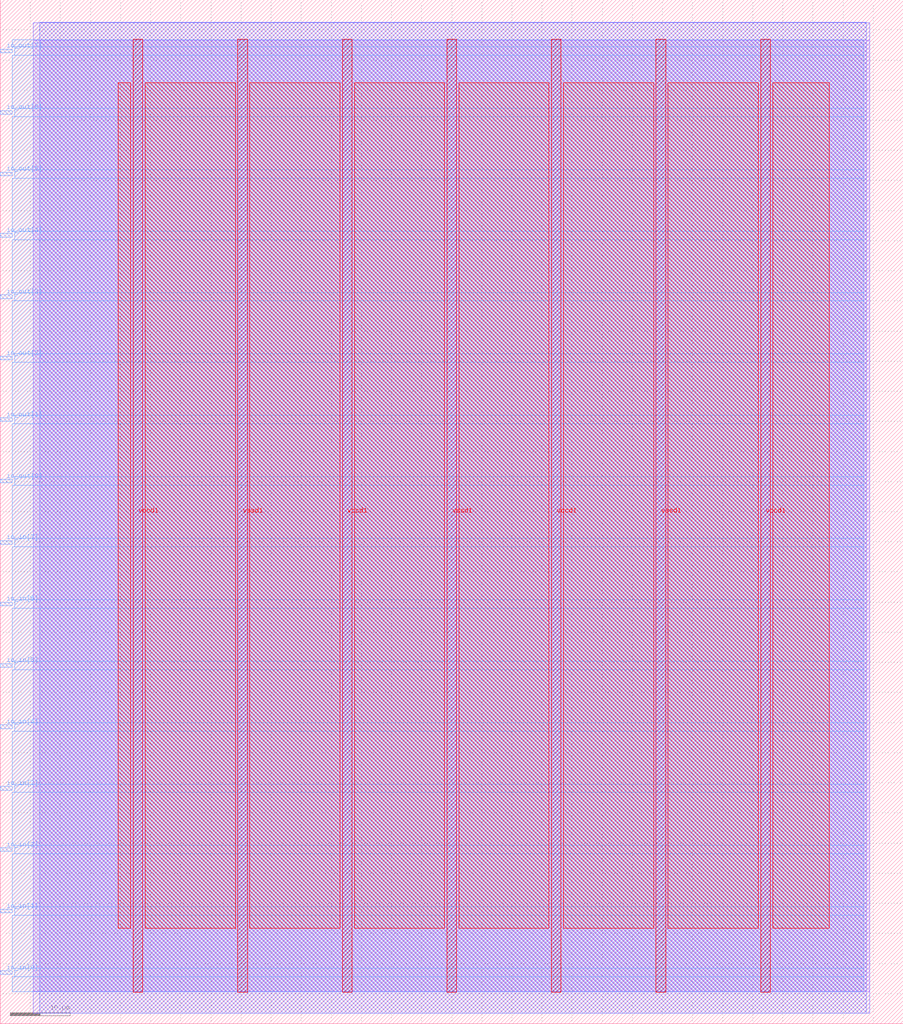
<source format=lef>
VERSION 5.7 ;
  NOWIREEXTENSIONATPIN ON ;
  DIVIDERCHAR "/" ;
  BUSBITCHARS "[]" ;
MACRO tiny_kinda_pic
  CLASS BLOCK ;
  FOREIGN tiny_kinda_pic ;
  ORIGIN 0.000 0.000 ;
  SIZE 150.000 BY 170.000 ;
  PIN io_in[0]
    DIRECTION INPUT ;
    USE SIGNAL ;
    PORT
      LAYER met3 ;
        RECT 0.000 8.200 2.000 8.800 ;
    END
  END io_in[0]
  PIN io_in[1]
    DIRECTION INPUT ;
    USE SIGNAL ;
    PORT
      LAYER met3 ;
        RECT 0.000 18.400 2.000 19.000 ;
    END
  END io_in[1]
  PIN io_in[2]
    DIRECTION INPUT ;
    USE SIGNAL ;
    PORT
      LAYER met3 ;
        RECT 0.000 28.600 2.000 29.200 ;
    END
  END io_in[2]
  PIN io_in[3]
    DIRECTION INPUT ;
    USE SIGNAL ;
    PORT
      LAYER met3 ;
        RECT 0.000 38.800 2.000 39.400 ;
    END
  END io_in[3]
  PIN io_in[4]
    DIRECTION INPUT ;
    USE SIGNAL ;
    PORT
      LAYER met3 ;
        RECT 0.000 49.000 2.000 49.600 ;
    END
  END io_in[4]
  PIN io_in[5]
    DIRECTION INPUT ;
    USE SIGNAL ;
    PORT
      LAYER met3 ;
        RECT 0.000 59.200 2.000 59.800 ;
    END
  END io_in[5]
  PIN io_in[6]
    DIRECTION INPUT ;
    USE SIGNAL ;
    PORT
      LAYER met3 ;
        RECT 0.000 69.400 2.000 70.000 ;
    END
  END io_in[6]
  PIN io_in[7]
    DIRECTION INPUT ;
    USE SIGNAL ;
    PORT
      LAYER met3 ;
        RECT 0.000 79.600 2.000 80.200 ;
    END
  END io_in[7]
  PIN io_out[0]
    DIRECTION OUTPUT TRISTATE ;
    USE SIGNAL ;
    PORT
      LAYER met3 ;
        RECT 0.000 89.800 2.000 90.400 ;
    END
  END io_out[0]
  PIN io_out[1]
    DIRECTION OUTPUT TRISTATE ;
    USE SIGNAL ;
    PORT
      LAYER met3 ;
        RECT 0.000 100.000 2.000 100.600 ;
    END
  END io_out[1]
  PIN io_out[2]
    DIRECTION OUTPUT TRISTATE ;
    USE SIGNAL ;
    PORT
      LAYER met3 ;
        RECT 0.000 110.200 2.000 110.800 ;
    END
  END io_out[2]
  PIN io_out[3]
    DIRECTION OUTPUT TRISTATE ;
    USE SIGNAL ;
    PORT
      LAYER met3 ;
        RECT 0.000 120.400 2.000 121.000 ;
    END
  END io_out[3]
  PIN io_out[4]
    DIRECTION OUTPUT TRISTATE ;
    USE SIGNAL ;
    PORT
      LAYER met3 ;
        RECT 0.000 130.600 2.000 131.200 ;
    END
  END io_out[4]
  PIN io_out[5]
    DIRECTION OUTPUT TRISTATE ;
    USE SIGNAL ;
    PORT
      LAYER met3 ;
        RECT 0.000 140.800 2.000 141.400 ;
    END
  END io_out[5]
  PIN io_out[6]
    DIRECTION OUTPUT TRISTATE ;
    USE SIGNAL ;
    PORT
      LAYER met3 ;
        RECT 0.000 151.000 2.000 151.600 ;
    END
  END io_out[6]
  PIN io_out[7]
    DIRECTION OUTPUT TRISTATE ;
    USE SIGNAL ;
    PORT
      LAYER met3 ;
        RECT 0.000 161.200 2.000 161.800 ;
    END
  END io_out[7]
  PIN vccd1
    DIRECTION INOUT ;
    USE POWER ;
    PORT
      LAYER met4 ;
        RECT 22.090 5.200 23.690 163.440 ;
    END
    PORT
      LAYER met4 ;
        RECT 56.830 5.200 58.430 163.440 ;
    END
    PORT
      LAYER met4 ;
        RECT 91.570 5.200 93.170 163.440 ;
    END
    PORT
      LAYER met4 ;
        RECT 126.310 5.200 127.910 163.440 ;
    END
  END vccd1
  PIN vssd1
    DIRECTION INOUT ;
    USE GROUND ;
    PORT
      LAYER met4 ;
        RECT 39.460 5.200 41.060 163.440 ;
    END
    PORT
      LAYER met4 ;
        RECT 74.200 5.200 75.800 163.440 ;
    END
    PORT
      LAYER met4 ;
        RECT 108.940 5.200 110.540 163.440 ;
    END
  END vssd1
  OBS
      LAYER li1 ;
        RECT 5.520 5.355 144.440 163.285 ;
      LAYER met1 ;
        RECT 5.520 1.740 144.440 166.220 ;
      LAYER met2 ;
        RECT 6.530 1.710 143.880 166.250 ;
      LAYER met3 ;
        RECT 2.000 162.200 143.455 163.365 ;
        RECT 2.400 160.800 143.455 162.200 ;
        RECT 2.000 152.000 143.455 160.800 ;
        RECT 2.400 150.600 143.455 152.000 ;
        RECT 2.000 141.800 143.455 150.600 ;
        RECT 2.400 140.400 143.455 141.800 ;
        RECT 2.000 131.600 143.455 140.400 ;
        RECT 2.400 130.200 143.455 131.600 ;
        RECT 2.000 121.400 143.455 130.200 ;
        RECT 2.400 120.000 143.455 121.400 ;
        RECT 2.000 111.200 143.455 120.000 ;
        RECT 2.400 109.800 143.455 111.200 ;
        RECT 2.000 101.000 143.455 109.800 ;
        RECT 2.400 99.600 143.455 101.000 ;
        RECT 2.000 90.800 143.455 99.600 ;
        RECT 2.400 89.400 143.455 90.800 ;
        RECT 2.000 80.600 143.455 89.400 ;
        RECT 2.400 79.200 143.455 80.600 ;
        RECT 2.000 70.400 143.455 79.200 ;
        RECT 2.400 69.000 143.455 70.400 ;
        RECT 2.000 60.200 143.455 69.000 ;
        RECT 2.400 58.800 143.455 60.200 ;
        RECT 2.000 50.000 143.455 58.800 ;
        RECT 2.400 48.600 143.455 50.000 ;
        RECT 2.000 39.800 143.455 48.600 ;
        RECT 2.400 38.400 143.455 39.800 ;
        RECT 2.000 29.600 143.455 38.400 ;
        RECT 2.400 28.200 143.455 29.600 ;
        RECT 2.000 19.400 143.455 28.200 ;
        RECT 2.400 18.000 143.455 19.400 ;
        RECT 2.000 9.200 143.455 18.000 ;
        RECT 2.400 7.800 143.455 9.200 ;
        RECT 2.000 5.275 143.455 7.800 ;
      LAYER met4 ;
        RECT 19.615 15.815 21.690 156.225 ;
        RECT 24.090 15.815 39.060 156.225 ;
        RECT 41.460 15.815 56.430 156.225 ;
        RECT 58.830 15.815 73.800 156.225 ;
        RECT 76.200 15.815 91.170 156.225 ;
        RECT 93.570 15.815 108.540 156.225 ;
        RECT 110.940 15.815 125.910 156.225 ;
        RECT 128.310 15.815 137.705 156.225 ;
  END
END tiny_kinda_pic
END LIBRARY


</source>
